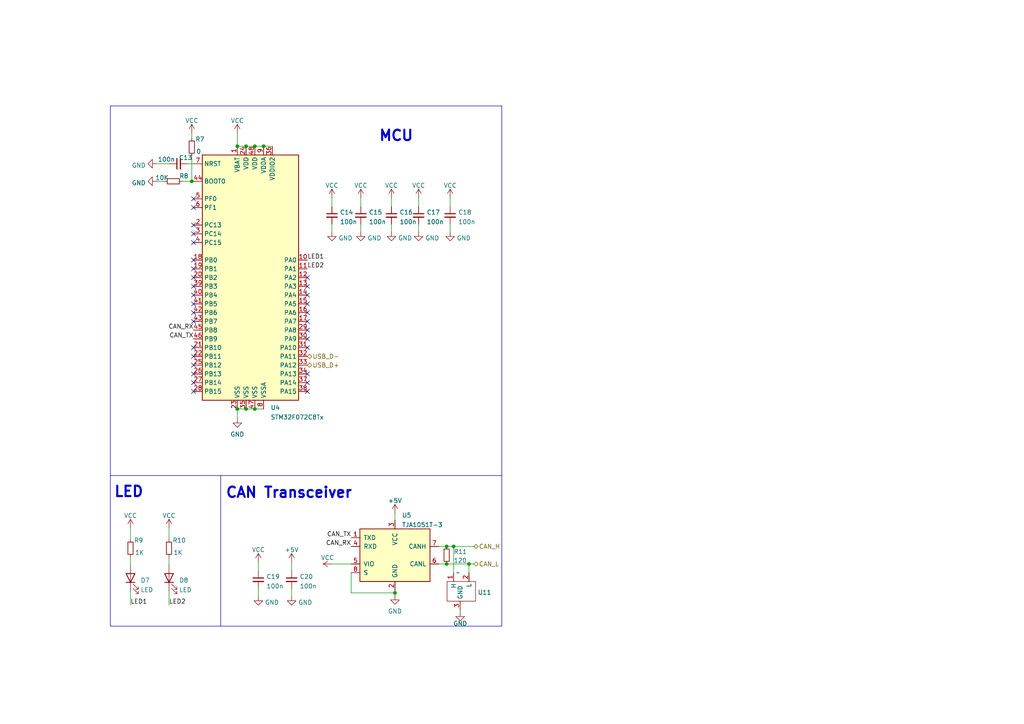
<source format=kicad_sch>
(kicad_sch (version 20230121) (generator eeschema)
  (paper "A4")
  (lib_symbols
    (symbol "Device:C_Small" (pin_numbers hide) (pin_names (offset 0.254) hide)
      (property "Reference" "C" (at 0.254 1.778 0))
      (property "Value" "C_Small" (at 0.254 -2.032 0))
      (symbol "C_Small_0_1"
        (polyline (pts (xy -1.524 -0.508) (xy 1.524 -0.508)) (stroke (width 0.3302)))
        (polyline (pts (xy -1.524 0.508) (xy 1.524 0.508)) (stroke (width 0.3048)))
      )
      (symbol "C_Small_1_1"
        (pin passive line (at 0 2.54 270) (length 2.032) (name "~") (number "1"))
        (pin passive line (at 0 -2.54 90) (length 2.032) (name "~") (number "2"))
      )
    )
    (symbol "Device:LED" (pin_numbers hide) (pin_names (offset 1.016) hide)
      (property "Reference" "D" (at 0 2.54 0))
      (property "Value" "LED" (at 0 -2.54 0))
      (symbol "LED_0_1"
        (polyline (pts (xy -1.27 -1.27) (xy -1.27 1.27)) (stroke (width 0.254)))
        (polyline (pts (xy -1.27 0) (xy 1.27 0)))
        (polyline (pts (xy 1.27 -1.27) (xy 1.27 1.27) (xy -1.27 0) (xy 1.27 -1.27)) (stroke (width 0.254)))
        (polyline (pts (xy -3.048 -0.762) (xy -4.572 -2.286) (xy -3.81 -2.286) (xy -4.572 -2.286) (xy -4.572 -1.524)))
        (polyline (pts (xy -1.778 -0.762) (xy -3.302 -2.286) (xy -2.54 -2.286) (xy -3.302 -2.286) (xy -3.302 -1.524)))
      )
      (symbol "LED_1_1"
        (pin passive line (at -3.81 0 0) (length 2.54) (name "K") (number "1"))
        (pin passive line (at 3.81 0 180) (length 2.54) (name "A") (number "2"))
      )
    )
    (symbol "Device:R_Small" (pin_numbers hide) (pin_names (offset 0.254) hide)
      (property "Reference" "R" (at 0.762 0.508 0))
      (property "Value" "R_Small" (at 0.762 -1.016 0))
      (symbol "R_Small_0_1"
        (rectangle (start -0.762 1.778) (end 0.762 -1.778) (stroke (width 0.2032)))
      )
      (symbol "R_Small_1_1"
        (pin passive line (at 0 2.54 270) (length 0.762) (name "~") (number "1"))
        (pin passive line (at 0 -2.54 90) (length 0.762) (name "~") (number "2"))
      )
    )
    (symbol "Extra IC:PESD1CAN"
      (property "Reference" "U" (at 3.81 -5.08 0))
      (symbol "PESD1CAN_0_1"
        (rectangle (start -4.445 3.81) (end 3.81 -1.905))
      )
      (symbol "PESD1CAN_1_1"
        (pin input line (at -2.54 6.35 270) (length 2.54) (name "H") (number "1"))
        (pin input line (at 1.905 6.35 270) (length 2.54) (name "L") (number "2"))
        (pin power_out line (at -0.635 -4.445 90) (length 2.54) (name "GND") (number "3"))
      )
    )
    (symbol "Interface_CAN_LIN:TJA1051T-3" (pin_names (offset 1.016))
      (property "Reference" "U" (at -10.16 8.89 0))
      (property "Value" "TJA1051T-3" (at 1.27 8.89 0))
      (symbol "TJA1051T-3_0_1"
        (rectangle (start -10.16 7.62) (end 10.16 -7.62) (stroke (width 0.254)) (fill (type background)))
      )
      (symbol "TJA1051T-3_1_1"
        (pin input line (at -12.7 5.08 0) (length 2.54) (name "TXD") (number "1"))
        (pin power_in line (at 0 -10.16 90) (length 2.54) (name "GND") (number "2"))
        (pin power_in line (at 0 10.16 270) (length 2.54) (name "VCC") (number "3"))
        (pin output line (at -12.7 2.54 0) (length 2.54) (name "RXD") (number "4"))
        (pin power_in line (at -12.7 -2.54 0) (length 2.54) (name "VIO") (number "5"))
        (pin bidirectional line (at 12.7 -2.54 180) (length 2.54) (name "CANL") (number "6"))
        (pin bidirectional line (at 12.7 2.54 180) (length 2.54) (name "CANH") (number "7"))
        (pin input line (at -12.7 -5.08 0) (length 2.54) (name "S") (number "8"))
      )
    )
    (symbol "MCU_ST_STM32F0:STM32F072C8Tx"
      (property "Reference" "U" (at -15.24 36.83 0))
      (property "Value" "STM32F072C8Tx" (at 7.62 36.83 0))
      (symbol "STM32F072C8Tx_0_1"
        (rectangle (start -15.24 -35.56) (end 12.7 35.56) (stroke (width 0.254)) (fill (type background)))
      )
      (symbol "STM32F072C8Tx_1_1"
        (pin power_in line (at -5.08 38.1 270) (length 2.54) (name "VBAT") (number "1"))
        (pin bidirectional line (at 15.24 5.08 180) (length 2.54) (name "PA0") (number "10"))
        (pin bidirectional line (at 15.24 2.54 180) (length 2.54) (name "PA1") (number "11"))
        (pin bidirectional line (at 15.24 0 180) (length 2.54) (name "PA2") (number "12"))
        (pin bidirectional line (at 15.24 -2.54 180) (length 2.54) (name "PA3") (number "13"))
        (pin bidirectional line (at 15.24 -5.08 180) (length 2.54) (name "PA4") (number "14"))
        (pin bidirectional line (at 15.24 -7.62 180) (length 2.54) (name "PA5") (number "15"))
        (pin bidirectional line (at 15.24 -10.16 180) (length 2.54) (name "PA6") (number "16"))
        (pin bidirectional line (at 15.24 -12.7 180) (length 2.54) (name "PA7") (number "17"))
        (pin bidirectional line (at -17.78 5.08 0) (length 2.54) (name "PB0") (number "18"))
        (pin bidirectional line (at -17.78 2.54 0) (length 2.54) (name "PB1") (number "19"))
        (pin bidirectional line (at -17.78 15.24 0) (length 2.54) (name "PC13") (number "2"))
        (pin bidirectional line (at -17.78 0 0) (length 2.54) (name "PB2") (number "20"))
        (pin bidirectional line (at -17.78 -20.32 0) (length 2.54) (name "PB10") (number "21"))
        (pin bidirectional line (at -17.78 -22.86 0) (length 2.54) (name "PB11") (number "22"))
        (pin power_in line (at -5.08 -38.1 90) (length 2.54) (name "VSS") (number "23"))
        (pin power_in line (at -2.54 38.1 270) (length 2.54) (name "VDD") (number "24"))
        (pin bidirectional line (at -17.78 -25.4 0) (length 2.54) (name "PB12") (number "25"))
        (pin bidirectional line (at -17.78 -27.94 0) (length 2.54) (name "PB13") (number "26"))
        (pin bidirectional line (at -17.78 -30.48 0) (length 2.54) (name "PB14") (number "27"))
        (pin bidirectional line (at -17.78 -33.02 0) (length 2.54) (name "PB15") (number "28"))
        (pin bidirectional line (at 15.24 -15.24 180) (length 2.54) (name "PA8") (number "29"))
        (pin bidirectional line (at -17.78 12.7 0) (length 2.54) (name "PC14") (number "3"))
        (pin bidirectional line (at 15.24 -17.78 180) (length 2.54) (name "PA9") (number "30"))
        (pin bidirectional line (at 15.24 -20.32 180) (length 2.54) (name "PA10") (number "31"))
        (pin bidirectional line (at 15.24 -22.86 180) (length 2.54) (name "PA11") (number "32"))
        (pin bidirectional line (at 15.24 -25.4 180) (length 2.54) (name "PA12") (number "33"))
        (pin bidirectional line (at 15.24 -27.94 180) (length 2.54) (name "PA13") (number "34"))
        (pin power_in line (at -2.54 -38.1 90) (length 2.54) (name "VSS") (number "35"))
        (pin power_in line (at 5.08 38.1 270) (length 2.54) (name "VDDIO2") (number "36"))
        (pin bidirectional line (at 15.24 -30.48 180) (length 2.54) (name "PA14") (number "37"))
        (pin bidirectional line (at 15.24 -33.02 180) (length 2.54) (name "PA15") (number "38"))
        (pin bidirectional line (at -17.78 -2.54 0) (length 2.54) (name "PB3") (number "39"))
        (pin bidirectional line (at -17.78 10.16 0) (length 2.54) (name "PC15") (number "4"))
        (pin bidirectional line (at -17.78 -5.08 0) (length 2.54) (name "PB4") (number "40"))
        (pin bidirectional line (at -17.78 -7.62 0) (length 2.54) (name "PB5") (number "41"))
        (pin bidirectional line (at -17.78 -10.16 0) (length 2.54) (name "PB6") (number "42"))
        (pin bidirectional line (at -17.78 -12.7 0) (length 2.54) (name "PB7") (number "43"))
        (pin input line (at -17.78 27.94 0) (length 2.54) (name "BOOT0") (number "44"))
        (pin bidirectional line (at -17.78 -15.24 0) (length 2.54) (name "PB8") (number "45"))
        (pin bidirectional line (at -17.78 -17.78 0) (length 2.54) (name "PB9") (number "46"))
        (pin power_in line (at 0 -38.1 90) (length 2.54) (name "VSS") (number "47"))
        (pin power_in line (at 0 38.1 270) (length 2.54) (name "VDD") (number "48"))
        (pin input line (at -17.78 22.86 0) (length 2.54) (name "PF0") (number "5"))
        (pin input line (at -17.78 20.32 0) (length 2.54) (name "PF1") (number "6"))
        (pin input line (at -17.78 33.02 0) (length 2.54) (name "NRST") (number "7"))
        (pin power_in line (at 2.54 -38.1 90) (length 2.54) (name "VSSA") (number "8"))
        (pin power_in line (at 2.54 38.1 270) (length 2.54) (name "VDDA") (number "9"))
      )
    )
    (symbol "power:+5V" (power) (pin_names (offset 0))
      (property "Value" "+5V" (at 0 3.556 0))
      (symbol "+5V_0_1"
        (polyline (pts (xy -0.762 1.27) (xy 0 2.54)))
        (polyline (pts (xy 0 0) (xy 0 2.54)))
        (polyline (pts (xy 0 2.54) (xy 0.762 1.27)))
      )
      (symbol "+5V_1_1"
        (pin power_in line (at 0 0 90) (length 0) hide (name "+5V") (number "1"))
      )
    )
    (symbol "power:GND" (power) (pin_names (offset 0))
      (property "Value" "GND" (at 0 -3.81 0))
      (symbol "GND_0_1"
        (polyline (pts (xy 0 0) (xy 0 -1.27) (xy 1.27 -1.27) (xy 0 -2.54) (xy -1.27 -1.27) (xy 0 -1.27)))
      )
      (symbol "GND_1_1"
        (pin power_in line (at 0 0 270) (length 0) hide (name "GND") (number "1"))
      )
    )
    (symbol "power:VCC" (power) (pin_names (offset 0))
      (property "Value" "VCC" (at 0 3.81 0))
      (symbol "VCC_0_1"
        (polyline (pts (xy -0.762 1.27) (xy 0 2.54)))
        (polyline (pts (xy 0 0) (xy 0 2.54)))
        (polyline (pts (xy 0 2.54) (xy 0.762 1.27)))
      )
      (symbol "VCC_1_1"
        (pin power_in line (at 0 0 90) (length 0) hide (name "VCC") (number "1"))
      )
    )
  )
  (junction (at 114.554 171.958))
  (junction (at 71.374 42.418))
  (junction (at 129.54 163.576))
  (junction (at 73.914 42.418))
  (junction (at 136.017 163.576))
  (junction (at 76.454 42.418))
  (junction (at 73.914 118.618))
  (junction (at 71.374 118.618))
  (junction (at 129.54 158.496))
  (junction (at 68.834 118.618))
  (junction (at 55.626 52.578))
  (junction (at 131.572 158.496))
  (junction (at 68.834 42.418))
  (no_connect (at 56.134 70.358))
  (no_connect (at 56.134 88.138))
  (no_connect (at 56.134 77.978))
  (no_connect (at 89.154 85.598))
  (no_connect (at 89.154 95.758))
  (no_connect (at 89.154 90.678))
  (no_connect (at 56.134 90.678))
  (no_connect (at 56.134 93.218))
  (no_connect (at 56.134 85.598))
  (no_connect (at 89.154 108.458))
  (no_connect (at 89.154 110.998))
  (no_connect (at 56.134 67.818))
  (no_connect (at 56.134 103.378))
  (no_connect (at 56.134 75.438))
  (no_connect (at 56.134 113.538))
  (no_connect (at 56.134 80.518))
  (no_connect (at 56.134 105.918))
  (no_connect (at 89.154 100.838))
  (no_connect (at 89.154 88.138))
  (no_connect (at 56.134 60.198))
  (no_connect (at 89.154 113.538))
  (no_connect (at 56.134 108.458))
  (no_connect (at 89.154 83.058))
  (no_connect (at 89.154 80.518))
  (no_connect (at 89.154 93.218))
  (no_connect (at 56.134 100.838))
  (no_connect (at 56.134 83.058))
  (no_connect (at 56.134 57.658))
  (no_connect (at 56.134 65.278))
  (no_connect (at 56.134 110.998))
  (no_connect (at 89.154 98.298))
  (wire (pts (xy 52.832 52.578) (xy 55.626 52.578)))
  (wire (pts (xy 49.022 171.45) (xy 49.022 175.514)))
  (wire (pts (xy 73.914 42.418) (xy 76.454 42.418)))
  (wire (pts (xy 55.626 52.578) (xy 56.134 52.578)))
  (wire (pts (xy 54.356 47.498) (xy 56.134 47.498)))
  (wire (pts (xy 127.254 158.496) (xy 129.54 158.496)))
  (wire (pts (xy 68.834 42.418) (xy 71.374 42.418)))
  (polyline (pts (xy 64.008 137.922) (xy 64.008 181.61)))
  (wire (pts (xy 73.914 118.618) (xy 76.454 118.618)))
  (wire (pts (xy 114.554 171.196) (xy 114.554 171.958)))
  (wire (pts (xy 104.648 65.024) (xy 104.648 67.31)))
  (wire (pts (xy 55.626 38.608) (xy 55.626 40.132)))
  (polyline (pts (xy 32.004 30.734) (xy 32.004 137.922)))
  (wire (pts (xy 96.266 57.404) (xy 96.266 59.944)))
  (polyline (pts (xy 32.004 30.734) (xy 145.542 30.734)))
  (wire (pts (xy 136.017 163.576) (xy 137.414 163.576)))
  (wire (pts (xy 68.834 118.618) (xy 71.374 118.618)))
  (polyline (pts (xy 32.004 137.922) (xy 145.542 137.922)))
  (wire (pts (xy 121.412 65.024) (xy 121.412 67.31)))
  (wire (pts (xy 130.556 65.024) (xy 130.556 67.31)))
  (wire (pts (xy 49.022 153.162) (xy 49.022 156.464)))
  (wire (pts (xy 129.54 158.496) (xy 131.572 158.496)))
  (wire (pts (xy 71.374 42.418) (xy 73.914 42.418)))
  (wire (pts (xy 84.582 170.688) (xy 84.582 172.974)))
  (wire (pts (xy 121.412 57.404) (xy 121.412 59.944)))
  (wire (pts (xy 104.648 57.404) (xy 104.648 59.944)))
  (wire (pts (xy 37.846 161.544) (xy 37.846 163.83)))
  (wire (pts (xy 37.846 171.45) (xy 37.846 175.514)))
  (wire (pts (xy 101.854 171.958) (xy 114.554 171.958)))
  (wire (pts (xy 76.454 42.418) (xy 78.994 42.418)))
  (polyline (pts (xy 32.004 137.922) (xy 32.004 181.61)))
  (wire (pts (xy 101.854 166.116) (xy 101.854 171.958)))
  (polyline (pts (xy 145.542 137.922) (xy 145.542 30.734)))
  (wire (pts (xy 45.466 47.498) (xy 49.276 47.498)))
  (wire (pts (xy 68.834 118.618) (xy 68.834 121.412)))
  (wire (pts (xy 131.572 158.496) (xy 131.572 166.116)))
  (wire (pts (xy 113.538 57.404) (xy 113.538 59.944)))
  (wire (pts (xy 129.54 163.576) (xy 136.017 163.576)))
  (wire (pts (xy 55.626 45.212) (xy 55.626 52.578)))
  (polyline (pts (xy 32.004 181.61) (xy 145.542 181.61)))
  (wire (pts (xy 84.582 163.068) (xy 84.582 165.608)))
  (wire (pts (xy 74.93 170.688) (xy 74.93 172.974)))
  (wire (pts (xy 113.538 65.024) (xy 113.538 67.31)))
  (wire (pts (xy 114.554 171.958) (xy 114.554 172.72)))
  (wire (pts (xy 130.556 57.404) (xy 130.556 59.944)))
  (wire (pts (xy 71.374 118.618) (xy 73.914 118.618)))
  (wire (pts (xy 68.834 38.608) (xy 68.834 42.418)))
  (wire (pts (xy 127.254 163.576) (xy 129.54 163.576)))
  (wire (pts (xy 49.022 161.544) (xy 49.022 163.83)))
  (wire (pts (xy 74.93 163.068) (xy 74.93 165.608)))
  (wire (pts (xy 114.554 148.844) (xy 114.554 150.876)))
  (polyline (pts (xy 145.542 181.61) (xy 145.542 137.922)))
  (wire (pts (xy 96.266 65.024) (xy 96.266 67.31)))
  (wire (pts (xy 136.017 163.576) (xy 136.017 166.116)))
  (wire (pts (xy 133.477 177.546) (xy 133.477 176.911)))
  (wire (pts (xy 96.266 163.576) (xy 101.854 163.576)))
  (wire (pts (xy 45.466 52.578) (xy 47.752 52.578)))
  (wire (pts (xy 37.846 153.162) (xy 37.846 156.464)))
  (wire (pts (xy 131.572 158.496) (xy 137.414 158.496)))
  (text "CAN Transceiver" (at 65.278 144.78 0) (effects (font (size 3 3) (thickness 0.6) bold) (justify left bottom)))
  (text "LED" (at 32.893 144.526 0) (effects (font (size 3 3) (thickness 0.6) bold) (justify left bottom)))
  (text "MCU" (at 109.728 41.275 0) (effects (font (size 3 3) (thickness 0.6) bold) (justify left bottom)))
  (label "CAN_TX" (at 56.134 98.298 180))
  (label "LED2" (at 89.154 77.978 0))
  (label "LED2" (at 49.022 175.514 0))
  (label "LED1" (at 37.846 175.514 0))
  (label "CAN_TX" (at 101.854 155.956 180))
  (label "LED1" (at 89.154 75.438 0))
  (label "CAN_RX" (at 101.854 158.496 180))
  (label "CAN_RX" (at 56.134 95.758 180))
  (hierarchical_label "CAN_L" (shape bidirectional) (at 137.414 163.576 0))
  (hierarchical_label "CAN_H" (shape bidirectional) (at 137.414 158.496 0))
  (hierarchical_label "USB_D+" (shape bidirectional) (at 89.154 105.918 0))
  (hierarchical_label "USB_D-" (shape bidirectional) (at 89.154 103.378 0))
  (symbol (lib_id "Device:LED") (at 49.022 167.64 90) (unit 1)
    (property "Reference" "D8" (at 51.943 168.319 90) (effects (justify right)))
    (property "Value" "LED" (at 51.943 171.0941 90) (effects (justify right)))
    (property "Footprint" "LED_SMD:LED_0603_1608Metric" (effects hide))
  )
  (symbol (lib_id "power:VCC") (at 49.022 153.162 0) (unit 1)
    (property "Reference" "#PWR064" (effects hide))
    (property "Value" "VCC" (at 49.022 149.5575 0))
  )
  (symbol (lib_id "power:VCC") (at 96.266 163.576 90) (mirror x) (unit 1)
    (property "Reference" "#PWR067" (effects hide))
    (property "Value" "VCC" (at 94.996 161.7495 90))
  )
  (symbol (lib_id "power:VCC") (at 55.626 38.608 0) (unit 1)
    (property "Reference" "#PWR047" (effects hide))
    (property "Value" "VCC" (at 55.626 35.0035 0))
  )
  (symbol (lib_id "power:GND") (at 45.466 47.498 270) (unit 1)
    (property "Reference" "#PWR049" (effects hide))
    (property "Value" "GND" (at 42.2911 47.977 90) (effects (justify right)))
  )
  (symbol (lib_id "Device:R_Small") (at 50.292 52.578 90) (unit 1)
    (property "Reference" "R8" (at 53.34 51.054 90))
    (property "Value" "10K" (at 46.99 51.562 90))
    (property "Footprint" "Resistor_SMD:R_0603_1608Metric" (effects hide))
  )
  (symbol (lib_id "power:VCC") (at 104.648 57.404 0) (unit 1)
    (property "Reference" "#PWR052" (effects hide))
    (property "Value" "VCC" (at 104.648 53.7995 0))
  )
  (symbol (lib_id "Device:R_Small") (at 49.022 159.004 180) (unit 1)
    (property "Reference" "R10" (at 50.038 156.718 0) (effects (justify right)))
    (property "Value" "1K" (at 50.292 160.274 0) (effects (justify right)))
    (property "Footprint" "Resistor_SMD:R_0603_1608Metric" (effects hide))
  )
  (symbol (lib_id "power:VCC") (at 121.412 57.404 0) (unit 1)
    (property "Reference" "#PWR054" (effects hide))
    (property "Value" "VCC" (at 121.412 53.7995 0))
  )
  (symbol (lib_id "power:GND") (at 96.266 67.31 0) (unit 1)
    (property "Reference" "#PWR056" (effects hide))
    (property "Value" "GND" (at 98.171 69.059 0) (effects (justify left)))
  )
  (symbol (lib_id "power:VCC") (at 68.834 38.608 0) (unit 1)
    (property "Reference" "#PWR048" (effects hide))
    (property "Value" "VCC" (at 68.834 35.0035 0))
  )
  (symbol (lib_id "Interface_CAN_LIN:TJA1051T-3") (at 114.554 161.036 0) (unit 1)
    (property "Reference" "U5" (at 116.5734 149.4495 0) (effects (justify left)))
    (property "Value" "TJA1051T-3" (at 116.5734 152.2246 0) (effects (justify left)))
    (property "Footprint" "Package_SO:SOIC-8_3.9x4.9mm_P1.27mm" (effects hide))
    (property "Datasheet" "http://www.nxp.com/documents/data_sheet/TJA1051.pdf" (effects hide))
  )
  (symbol (lib_id "power:+5V") (at 114.554 148.844 0) (unit 1)
    (property "Reference" "#PWR062" (effects hide))
    (property "Value" "+5V" (at 114.554 145.2395 0))
  )
  (symbol (lib_id "Extra IC:PESD1CAN") (at 134.112 172.466 0) (unit 1)
    (property "Reference" "U11" (at 138.557 171.8303 0) (effects (justify left)))
    (property "Value" "~" (at 132.842 166.116 0))
    (property "Footprint" "Package_TO_SOT_SMD:SOT-23-3" (effects hide))
  )
  (symbol (lib_id "power:+5V") (at 84.582 163.068 0) (unit 1)
    (property "Reference" "#PWR066" (effects hide))
    (property "Value" "+5V" (at 84.582 159.4635 0))
  )
  (symbol (lib_id "power:VCC") (at 130.556 57.404 0) (unit 1)
    (property "Reference" "#PWR055" (effects hide))
    (property "Value" "VCC" (at 130.556 53.7995 0))
  )
  (symbol (lib_id "power:GND") (at 45.466 52.578 270) (unit 1)
    (property "Reference" "#PWR050" (effects hide))
    (property "Value" "GND" (at 42.2911 53.057 90) (effects (justify right)))
  )
  (symbol (lib_id "power:VCC") (at 74.93 163.068 0) (unit 1)
    (property "Reference" "#PWR065" (effects hide))
    (property "Value" "VCC" (at 74.93 159.4635 0))
  )
  (symbol (lib_id "power:VCC") (at 37.846 153.162 0) (unit 1)
    (property "Reference" "#PWR063" (effects hide))
    (property "Value" "VCC" (at 37.846 149.5575 0))
  )
  (symbol (lib_id "Device:C_Small") (at 113.538 62.484 0) (unit 1)
    (property "Reference" "C16" (at 115.8621 61.5818 0) (effects (justify left)))
    (property "Value" "100n" (at 115.8621 64.3569 0) (effects (justify left)))
    (property "Footprint" "Capacitor_SMD:C_0603_1608Metric" (effects hide))
  )
  (symbol (lib_id "power:VCC") (at 113.538 57.404 0) (unit 1)
    (property "Reference" "#PWR053" (effects hide))
    (property "Value" "VCC" (at 113.538 53.7995 0))
  )
  (symbol (lib_id "MCU_ST_STM32F0:STM32F072C8Tx") (at 73.914 80.518 0) (unit 1)
    (property "Reference" "U4" (at 78.4734 118.2275 0) (effects (justify left)))
    (property "Value" "STM32F072C8Tx" (at 78.4734 121.0026 0) (effects (justify left)))
    (property "Footprint" "Package_QFP:LQFP-48_7x7mm_P0.5mm" (effects hide))
    (property "Datasheet" "http://www.st.com/st-web-ui/static/active/en/resource/technical/document/datasheet/DM00090510.pdf" (effects hide))
  )
  (symbol (lib_id "power:GND") (at 84.582 172.974 0) (unit 1)
    (property "Reference" "#PWR070" (effects hide))
    (property "Value" "GND" (at 86.487 174.723 0) (effects (justify left)))
  )
  (symbol (lib_id "Device:C_Small") (at 96.266 62.484 0) (unit 1)
    (property "Reference" "C14" (at 98.5901 61.5818 0) (effects (justify left)))
    (property "Value" "100n" (at 98.5901 64.3569 0) (effects (justify left)))
    (property "Footprint" "Capacitor_SMD:C_0603_1608Metric" (effects hide))
  )
  (symbol (lib_id "power:GND") (at 121.412 67.31 0) (unit 1)
    (property "Reference" "#PWR059" (effects hide))
    (property "Value" "GND" (at 123.317 69.059 0) (effects (justify left)))
  )
  (symbol (lib_id "Device:C_Small") (at 104.648 62.484 0) (unit 1)
    (property "Reference" "C15" (at 106.9721 61.5818 0) (effects (justify left)))
    (property "Value" "100n" (at 106.9721 64.3569 0) (effects (justify left)))
    (property "Footprint" "Capacitor_SMD:C_0603_1608Metric" (effects hide))
  )
  (symbol (lib_id "Device:C_Small") (at 84.582 168.148 0) (unit 1)
    (property "Reference" "C20" (at 86.9061 167.2458 0) (effects (justify left)))
    (property "Value" "100n" (at 86.9061 170.0209 0) (effects (justify left)))
    (property "Footprint" "Capacitor_SMD:C_0603_1608Metric" (effects hide))
  )
  (symbol (lib_id "power:GND") (at 74.93 172.974 0) (unit 1)
    (property "Reference" "#PWR069" (effects hide))
    (property "Value" "GND" (at 76.835 174.723 0) (effects (justify left)))
  )
  (symbol (lib_id "power:GND") (at 130.556 67.31 0) (unit 1)
    (property "Reference" "#PWR060" (effects hide))
    (property "Value" "GND" (at 132.461 69.059 0) (effects (justify left)))
  )
  (symbol (lib_id "power:GND") (at 113.538 67.31 0) (unit 1)
    (property "Reference" "#PWR058" (effects hide))
    (property "Value" "GND" (at 115.443 69.059 0) (effects (justify left)))
  )
  (symbol (lib_id "power:VCC") (at 96.266 57.404 0) (unit 1)
    (property "Reference" "#PWR051" (effects hide))
    (property "Value" "VCC" (at 96.266 53.7995 0))
  )
  (symbol (lib_id "Device:LED") (at 37.846 167.64 90) (unit 1)
    (property "Reference" "D7" (at 40.767 168.319 90) (effects (justify right)))
    (property "Value" "LED" (at 40.767 171.0941 90) (effects (justify right)))
    (property "Footprint" "LED_SMD:LED_0603_1608Metric" (effects hide))
  )
  (symbol (lib_id "Device:C_Small") (at 130.556 62.484 0) (unit 1)
    (property "Reference" "C18" (at 132.8801 61.5818 0) (effects (justify left)))
    (property "Value" "100n" (at 132.8801 64.3569 0) (effects (justify left)))
    (property "Footprint" "Capacitor_SMD:C_0603_1608Metric" (effects hide))
  )
  (symbol (lib_id "Device:R_Small") (at 37.846 159.004 180) (unit 1)
    (property "Reference" "R9" (at 38.862 156.718 0) (effects (justify right)))
    (property "Value" "1K" (at 39.116 160.274 0) (effects (justify right)))
    (property "Footprint" "Resistor_SMD:R_0603_1608Metric" (effects hide))
  )
  (symbol (lib_id "power:GND") (at 104.648 67.31 0) (unit 1)
    (property "Reference" "#PWR057" (effects hide))
    (property "Value" "GND" (at 106.553 69.059 0) (effects (justify left)))
  )
  (symbol (lib_id "power:GND") (at 68.834 121.412 0) (unit 1)
    (property "Reference" "#PWR061" (effects hide))
    (property "Value" "GND" (at 68.834 125.9745 0))
  )
  (symbol (lib_id "Device:R_Small") (at 55.626 42.672 180) (unit 1)
    (property "Reference" "R7" (at 56.642 40.386 0) (effects (justify right)))
    (property "Value" "0" (at 56.896 43.942 0) (effects (justify right)))
    (property "Footprint" "Resistor_SMD:R_0603_1608Metric" (effects hide))
  )
  (symbol (lib_id "Device:C_Small") (at 74.93 168.148 0) (unit 1)
    (property "Reference" "C19" (at 77.2541 167.2458 0) (effects (justify left)))
    (property "Value" "100n" (at 77.2541 170.0209 0) (effects (justify left)))
    (property "Footprint" "Capacitor_SMD:C_0603_1608Metric" (effects hide))
  )
  (symbol (lib_id "Device:C_Small") (at 51.816 47.498 90) (unit 1)
    (property "Reference" "C13" (at 53.848 45.72 90))
    (property "Value" "100n" (at 48.26 46.228 90))
    (property "Footprint" "Capacitor_SMD:C_0603_1608Metric" (effects hide))
  )
  (symbol (lib_id "power:GND") (at 114.554 172.72 0) (unit 1)
    (property "Reference" "#PWR068" (effects hide))
    (property "Value" "GND" (at 114.554 177.2825 0))
  )
  (symbol (lib_id "Device:R_Small") (at 129.54 161.036 0) (unit 1)
    (property "Reference" "R11" (at 131.572 160.02 0) (effects (justify left)))
    (property "Value" "120" (at 131.572 162.56 0) (effects (justify left)))
    (property "Footprint" "Resistor_SMD:R_0603_1608Metric" (effects hide))
  )
  (symbol (lib_id "power:GND") (at 133.477 177.546 0) (unit 1)
    (property "Reference" "#PWR0119" (effects hide))
    (property "Value" "GND" (at 133.477 180.848 0))
  )
  (symbol (lib_id "Device:C_Small") (at 121.412 62.484 0) (unit 1)
    (property "Reference" "C17" (at 123.7361 61.5818 0) (effects (justify left)))
    (property "Value" "100n" (at 123.7361 64.3569 0) (effects (justify left)))
    (property "Footprint" "Capacitor_SMD:C_0603_1608Metric" (effects hide))
  )
)
</source>
